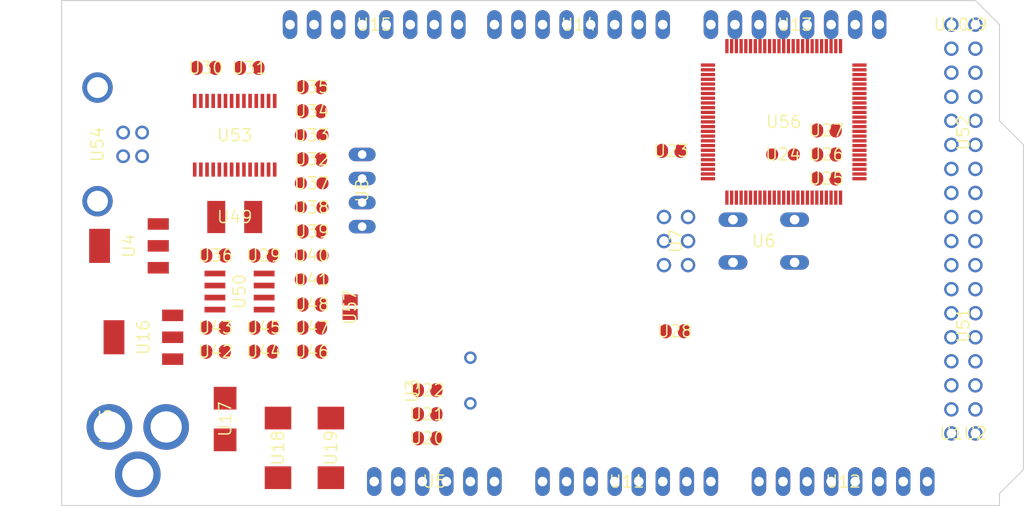
<source format=kicad_pcb>
(kicad_pcb (version 20221018) (generator pcbnew)
  (layers (0 "F.Cu" signal "Top") (31 "B.Cu" signal "Bottom") (34 "B.Paste" user) (35 "F.Paste" user) (36 "B.SilkS" user "B.Silkscreen") (37 "F.SilkS" user "F.Silkscreen") (38 "B.Mask" user) (39 "F.Mask" user) (44 "Edge.Cuts" user))
  (net 0 "")
  (net 1 "+5V")
  (net 2 "GND")
  (net 3 "N$6")
  (net 4 "N$7")
  (net 5 "AREF")
  (net 6 "RESET")
  (net 7 "VIN")
  (net 8 "N$3")
  (net 9 "PWRIN")
  (net 10 "M8RXD")
  (net 11 "M8TXD")
  (net 12 "ADC0")
  (net 13 "ADC2")
  (net 14 "ADC1")
  (net 15 "ADC3")
  (net 16 "ADC4")
  (net 17 "ADC5")
  (net 18 "ADC6")
  (net 19 "ADC7")
  (net 20 "+3V3")
  (net 21 "SDA")
  (net 22 "SCL")
  (net 23 "ADC9")
  (net 24 "ADC8")
  (net 25 "ADC10")
  (net 26 "ADC11")
  (net 27 "ADC12")
  (net 28 "ADC13")
  (net 29 "ADC14")
  (net 30 "ADC15")
  (net 31 "PB3")
  (net 32 "PB2")
  (net 33 "PB1")
  (net 34 "PB5")
  (net 35 "PB4")
  (net 36 "PE5")
  (net 37 "PE4")
  (net 38 "PE3")
  (net 39 "PE1")
  (net 40 "PE0")
  (net 41 "N$15")
  (net 42 "N$53")
  (net 43 "N$54")
  (net 44 "N$55")
  (net 45 "D-")
  (net 46 "D+")
  (net 47 "N$60")
  (net 48 "DTR")
  (net 49 "USBVCC")
  (net 50 "N$2")
  (net 51 "N$4")
  (net 52 "GATE_CMD")
  (net 53 "CMP")
  (net 54 "PB6")
  (net 55 "PH3")
  (net 56 "PH4")
  (net 57 "PH5")
  (net 58 "PH6")
  (net 59 "PG5")
  (net 60 "RXD1")
  (net 61 "TXD1")
  (net 62 "RXD2")
  (net 63 "RXD3")
  (net 64 "TXD2")
  (net 65 "TXD3")
  (net 66 "PC0")
  (net 67 "PC1")
  (net 68 "PC2")
  (net 69 "PC3")
  (net 70 "PC4")
  (net 71 "PC5")
  (net 72 "PC6")
  (net 73 "PC7")
  (net 74 "PB0")
  (net 75 "PG0")
  (net 76 "PG1")
  (net 77 "PG2")
  (net 78 "PD7")
  (net 79 "PA0")
  (net 80 "PA1")
  (net 81 "PA2")
  (net 82 "PA3")
  (net 83 "PA4")
  (net 84 "PA5")
  (net 85 "PA6")
  (net 86 "PA7")
  (net 87 "PL0")
  (net 88 "PL1")
  (net 89 "PL2")
  (net 90 "PL3")
  (net 91 "PL4")
  (net 92 "PL5")
  (net 93 "PL6")
  (net 94 "PL7")
  (net 95 "PB7")
  (net 96 "CTS")
  (net 97 "DSR")
  (net 98 "DCD")
  (net 99 "RI")
  (footprint "Arduino_MEGA_Reference_Design:2X03" (layer "F.Cu") (at 162.5981 103.7336 -90)
    (fp_text reference "U7")
    (fp_text value "")
  )
  (footprint "Arduino_MEGA_Reference_Design:1X08" (layer "F.Cu") (at 152.3111 80.8736 180)
    (fp_text reference "U14")
    (fp_text value "")
  )
  (footprint "Arduino_MEGA_Reference_Design:1X08" (layer "F.Cu") (at 130.7211 80.8736 180)
    (fp_text reference "U15")
    (fp_text value "")
  )
  (footprint "Arduino_MEGA_Reference_Design:SMC_D" (layer "F.Cu") (at 120.5611 125.5776 -90)
    (fp_text reference "U18")
    (fp_text value "")
  )
  (footprint "Arduino_MEGA_Reference_Design:SMC_D" (layer "F.Cu") (at 126.1491 125.5776 -90)
    (fp_text reference "U19")
    (fp_text value "")
  )
  (footprint "Arduino_MEGA_Reference_Design:B3F-10XX" (layer "F.Cu") (at 171.8691 103.7336 180)
    (fp_text reference "U6")
    (fp_text value "")
  )
  (footprint "Arduino_MEGA_Reference_Design:0805RND" (layer "F.Cu") (at 173.9011 94.5896 180)
    (fp_text reference "U24")
    (fp_text value "")
  )
  (footprint "Arduino_MEGA_Reference_Design:SMB" (layer "F.Cu") (at 114.9731 122.5296 -90)
    (fp_text reference "U17")
    (fp_text value "")
  )
  (footprint "Arduino_MEGA_Reference_Design:DC-21MM" (layer "F.Cu") (at 103.0351 123.2916 90)
    (fp_text reference "U55")
    (fp_text value "")
  )
  (footprint "Arduino_MEGA_Reference_Design:HC49_S" (layer "F.Cu") (at 140.8811 118.4656 90)
    (fp_text reference "U3")
    (fp_text value "")
  )
  (footprint "Arduino_MEGA_Reference_Design:SOT223" (layer "F.Cu") (at 106.3371 113.8936 90)
    (fp_text reference "U16")
    (fp_text value "")
  )
  (footprint "Arduino_MEGA_Reference_Design:1X06" (layer "F.Cu") (at 137.0711 129.1336)
    (fp_text reference "U5")
    (fp_text value "")
  )
  (footprint "Arduino_MEGA_Reference_Design:C0805RND" (layer "F.Cu") (at 124.1171 87.4776)
    (fp_text reference "U35")
    (fp_text value "")
  )
  (footprint "Arduino_MEGA_Reference_Design:C0805RND" (layer "F.Cu") (at 162.4711 113.2586)
    (fp_text reference "U28")
    (fp_text value "")
  )
  (footprint "Arduino_MEGA_Reference_Design:C0805RND" (layer "F.Cu") (at 136.3091 122.0216)
    (fp_text reference "U21")
    (fp_text value "")
  )
  (footprint "Arduino_MEGA_Reference_Design:C0805RND" (layer "F.Cu") (at 136.3091 119.4816)
    (fp_text reference "U22")
    (fp_text value "")
  )
  (footprint "Arduino_MEGA_Reference_Design:C0805RND" (layer "F.Cu") (at 113.9571 112.8776)
    (fp_text reference "U43")
    (fp_text value "")
  )
  (footprint "Arduino_MEGA_Reference_Design:RCL_0805RND" (layer "F.Cu") (at 124.1171 105.2576)
    (fp_text reference "U40")
    (fp_text value "")
  )
  (footprint "Arduino_MEGA_Reference_Design:RCL_0805RND" (layer "F.Cu") (at 124.1171 107.7976)
    (fp_text reference "U41")
    (fp_text value "")
  )
  (footprint "Arduino_MEGA_Reference_Design:1X08" (layer "F.Cu") (at 157.3911 129.1336)
    (fp_text reference "U11")
    (fp_text value "")
  )
  (footprint "Arduino_MEGA_Reference_Design:1X08" (layer "F.Cu") (at 175.1711 80.8736 180)
    (fp_text reference "U13")
    (fp_text value "")
  )
  (footprint "Arduino_MEGA_Reference_Design:R0805RND" (layer "F.Cu") (at 178.4731 94.5896 180)
    (fp_text reference "U26")
    (fp_text value "")
  )
  (footprint "Arduino_MEGA_Reference_Design:R0805RND" (layer "F.Cu") (at 178.4731 92.0496 180)
    (fp_text reference "U27")
    (fp_text value "")
  )
  (footprint "Arduino_MEGA_Reference_Design:TQFP100" (layer "F.Cu") (at 173.9730987548828 91.14759826660156 0)
    (fp_text reference "U56")
    (fp_text value "")
  )
  (footprint "Arduino_MEGA_Reference_Design:C0805RND" (layer "F.Cu") (at 162.0901 94.2086 180)
    (fp_text reference "U23")
    (fp_text value "")
  )
  (footprint "Arduino_MEGA_Reference_Design:C0805RND" (layer "F.Cu") (at 136.3091 124.5616)
    (fp_text reference "U20")
    (fp_text value "")
  )
  (footprint "Arduino_MEGA_Reference_Design:1X08" (layer "F.Cu") (at 180.2511 129.1336)
    (fp_text reference "U12")
    (fp_text value "")
  )
  (footprint "Arduino_MEGA_Reference_Design:R0805RND" (layer "F.Cu") (at 124.1171 112.8776)
    (fp_text reference "U47")
    (fp_text value "")
  )
  (footprint "Arduino_MEGA_Reference_Design:C0805RND" (layer "F.Cu") (at 124.1171 115.4176)
    (fp_text reference "U46")
    (fp_text value "")
  )
  (footprint "Arduino_MEGA_Reference_Design:C0805RND" (layer "F.Cu") (at 113.9571 105.2576)
    (fp_text reference "U36")
    (fp_text value "")
  )
  (footprint "Arduino_MEGA_Reference_Design:C0805RND" (layer "F.Cu") (at 112.9411 85.4456)
    (fp_text reference "U30")
    (fp_text value "")
  )
  (footprint "Arduino_MEGA_Reference_Design:0805RND" (layer "F.Cu") (at 124.1171 100.1776 180)
    (fp_text reference "U38")
    (fp_text value "")
  )
  (footprint "Arduino_MEGA_Reference_Design:0805RND" (layer "F.Cu") (at 124.1171 97.6376 180)
    (fp_text reference "U37")
    (fp_text value "")
  )
  (footprint "Arduino_MEGA_Reference_Design:R0805RND" (layer "F.Cu") (at 124.1171 95.0976)
    (fp_text reference "U32")
    (fp_text value "")
  )
  (footprint "Arduino_MEGA_Reference_Design:R0805RND" (layer "F.Cu") (at 124.1171 102.7176)
    (fp_text reference "U39")
    (fp_text value "")
  )
  (footprint "Arduino_MEGA_Reference_Design:SSOP28" (layer "F.Cu") (at 115.9891 92.5576)
    (fp_text reference "U53")
    (fp_text value "")
  )
  (footprint "Arduino_MEGA_Reference_Design:PN61729" (layer "F.Cu") (at 98.9584 93.5228 -90)
    (fp_text reference "U54")
    (fp_text value "")
  )
  (footprint "Arduino_MEGA_Reference_Design:L1812" (layer "F.Cu") (at 115.9891 101.1936)
    (fp_text reference "U49")
    (fp_text value "")
  )
  (footprint "Arduino_MEGA_Reference_Design:C0805RND" (layer "F.Cu") (at 117.5131 85.4456)
    (fp_text reference "U31")
    (fp_text value "")
  )
  (footprint "Arduino_MEGA_Reference_Design:0805RND" (layer "F.Cu") (at 124.1171 92.5576 180)
    (fp_text reference "U33")
    (fp_text value "")
  )
  (footprint "Arduino_MEGA_Reference_Design:R0805RND" (layer "F.Cu") (at 124.1171 90.0176 180)
    (fp_text reference "U34")
    (fp_text value "")
  )
  (footprint "Arduino_MEGA_Reference_Design:C0805RND" (layer "F.Cu") (at 124.1171 110.4392 180)
    (fp_text reference "U48")
    (fp_text value "")
  )
  (footprint "Arduino_MEGA_Reference_Design:SOT223" (layer "F.Cu") (at 104.8131 104.2416 90)
    (fp_text reference "U4")
    (fp_text value "")
  )
  (footprint "Arduino_MEGA_Reference_Design:SO08" (layer "F.Cu") (at 116.4971 109.0676 -90)
    (fp_text reference "U50")
    (fp_text value "")
  )
  (footprint "Arduino_MEGA_Reference_Design:R0805RND" (layer "F.Cu") (at 113.9571 115.4176 180)
    (fp_text reference "U42")
    (fp_text value "")
  )
  (footprint "Arduino_MEGA_Reference_Design:R0805RND" (layer "F.Cu") (at 119.0371 112.8776 180)
    (fp_text reference "U45")
    (fp_text value "")
  )
  (footprint "Arduino_MEGA_Reference_Design:C0805RND" (layer "F.Cu") (at 119.0371 115.4176 180)
    (fp_text reference "U44")
    (fp_text value "")
  )
  (footprint "Arduino_MEGA_Reference_Design:C0805RND" (layer "F.Cu") (at 119.0371 105.2576)
    (fp_text reference "U29")
    (fp_text value "")
  )
  (footprint "Arduino_MEGA_Reference_Design:2X08" (layer "F.Cu") (at 192.9511 92.3036 90)
    (fp_text reference "U52")
    (fp_text value "")
  )
  (footprint "Arduino_MEGA_Reference_Design:2X08" (layer "F.Cu") (at 192.9511 112.6236 90)
    (fp_text reference "U51")
    (fp_text value "")
  )
  (footprint "Arduino_MEGA_Reference_Design:R0805RND" (layer "F.Cu") (at 178.4731 97.1296 180)
    (fp_text reference "U25")
    (fp_text value "")
  )
  (footprint "Arduino_MEGA_Reference_Design:1X01" (layer "F.Cu") (at 191.6811 80.8736)
    (fp_text reference "U10")
    (fp_text value "")
  )
  (footprint "Arduino_MEGA_Reference_Design:1X01" (layer "F.Cu") (at 194.2211 80.8736)
    (fp_text reference "U9")
    (fp_text value "")
  )
  (footprint "Arduino_MEGA_Reference_Design:1X01" (layer "F.Cu") (at 191.6811 124.0536)
    (fp_text reference "U1")
    (fp_text value "")
  )
  (footprint "Arduino_MEGA_Reference_Design:1X01" (layer "F.Cu") (at 194.2211 124.0536)
    (fp_text reference "U2")
    (fp_text value "")
  )
  (footprint "Arduino_MEGA_Reference_Design:SJ" (layer "F.Cu") (at 128.1811 110.7186 -90)
    (fp_text reference "U57")
    (fp_text value "")
  )
  (footprint "Arduino_MEGA_Reference_Design:JP4" (layer "F.Cu") (at 129.4511 98.3996 -90)
    (fp_text reference "U8")
    (fp_text value "")
  )
  (gr_line (start 196.7611 80.8736) (end 196.7611 91.0336) (layer "Edge.Cuts") (width 0.12))
  (gr_line (start 196.7611 130.4036) (end 196.7611 131.6736) (layer "Edge.Cuts") (width 0.12))
  (gr_line (start 194.2211 78.3336) (end 196.7611 80.8736) (layer "Edge.Cuts") (width 0.12))
  (gr_line (start 97.7011 78.3336) (end 194.2211 78.3336) (layer "Edge.Cuts") (width 0.12))
  (gr_line (start 196.7611 91.0336) (end 199.3011 93.5736) (layer "Edge.Cuts") (width 0.12))
  (gr_line (start 97.7011 131.6736) (end 97.7011 78.3336) (layer "Edge.Cuts") (width 0.12))
  (gr_line (start 196.7611 131.6736) (end 97.7011 131.6736) (layer "Edge.Cuts") (width 0.12))
  (gr_line (start 199.3011 93.5736) (end 199.3011 127.8636) (layer "Edge.Cuts") (width 0.12))
  (gr_line (start 199.3011 127.8636) (end 196.7611 130.4036) (layer "Edge.Cuts") (width 0.12))
)
</source>
